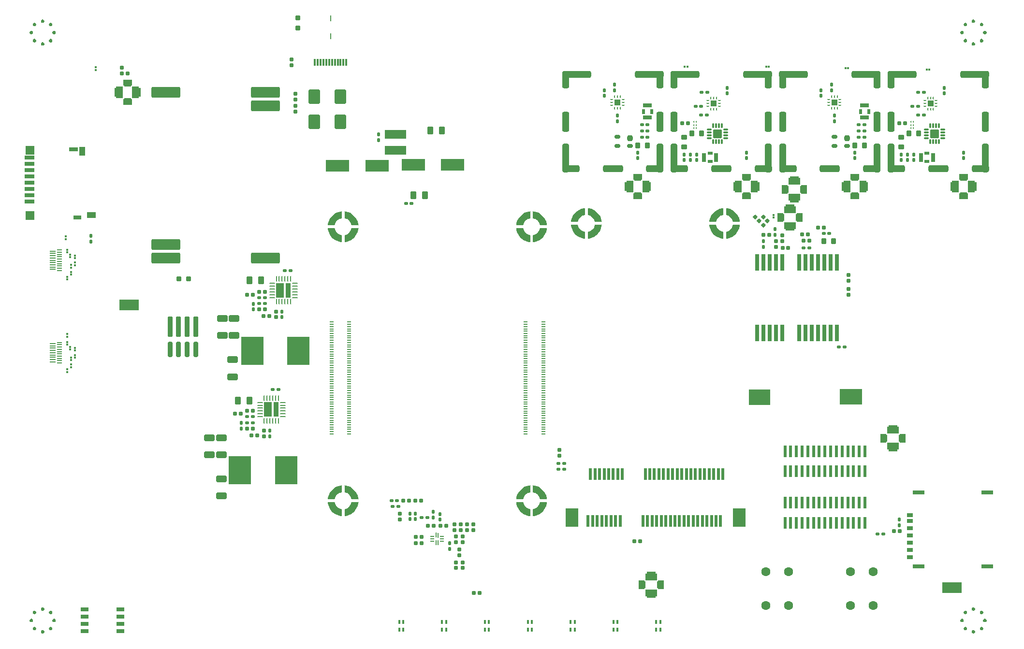
<source format=gtp>
G04*
G04 #@! TF.GenerationSoftware,Altium Limited,Altium Designer,19.1.6 (110)*
G04*
G04 Layer_Color=8421504*
%FSLAX44Y44*%
%MOMM*%
G71*
G01*
G75*
%ADD10R,0.6000X2.0000*%
%ADD11R,2.3000X3.2000*%
G04:AMPARAMS|DCode=12|XSize=0.5mm|YSize=0.6mm|CornerRadius=0.05mm|HoleSize=0mm|Usage=FLASHONLY|Rotation=0.000|XOffset=0mm|YOffset=0mm|HoleType=Round|Shape=RoundedRectangle|*
%AMROUNDEDRECTD12*
21,1,0.5000,0.5000,0,0,0.0*
21,1,0.4000,0.6000,0,0,0.0*
1,1,0.1000,0.2000,-0.2500*
1,1,0.1000,-0.2000,-0.2500*
1,1,0.1000,-0.2000,0.2500*
1,1,0.1000,0.2000,0.2500*
%
%ADD12ROUNDEDRECTD12*%
G04:AMPARAMS|DCode=13|XSize=0.25mm|YSize=0.475mm|CornerRadius=0.0625mm|HoleSize=0mm|Usage=FLASHONLY|Rotation=270.000|XOffset=0mm|YOffset=0mm|HoleType=Round|Shape=RoundedRectangle|*
%AMROUNDEDRECTD13*
21,1,0.2500,0.3500,0,0,270.0*
21,1,0.1250,0.4750,0,0,270.0*
1,1,0.1250,-0.1750,-0.0625*
1,1,0.1250,-0.1750,0.0625*
1,1,0.1250,0.1750,0.0625*
1,1,0.1250,0.1750,-0.0625*
%
%ADD13ROUNDEDRECTD13*%
G04:AMPARAMS|DCode=14|XSize=0.25mm|YSize=0.475mm|CornerRadius=0.0625mm|HoleSize=0mm|Usage=FLASHONLY|Rotation=180.000|XOffset=0mm|YOffset=0mm|HoleType=Round|Shape=RoundedRectangle|*
%AMROUNDEDRECTD14*
21,1,0.2500,0.3500,0,0,180.0*
21,1,0.1250,0.4750,0,0,180.0*
1,1,0.1250,-0.0625,0.1750*
1,1,0.1250,0.0625,0.1750*
1,1,0.1250,0.0625,-0.1750*
1,1,0.1250,-0.0625,-0.1750*
%
%ADD14ROUNDEDRECTD14*%
G04:AMPARAMS|DCode=15|XSize=1.1mm|YSize=1.1mm|CornerRadius=0.275mm|HoleSize=0mm|Usage=FLASHONLY|Rotation=270.000|XOffset=0mm|YOffset=0mm|HoleType=Round|Shape=RoundedRectangle|*
%AMROUNDEDRECTD15*
21,1,1.1000,0.5500,0,0,270.0*
21,1,0.5500,1.1000,0,0,270.0*
1,1,0.5500,-0.2750,-0.2750*
1,1,0.5500,-0.2750,0.2750*
1,1,0.5500,0.2750,0.2750*
1,1,0.5500,0.2750,-0.2750*
%
%ADD15ROUNDEDRECTD15*%
G04:AMPARAMS|DCode=16|XSize=0.5mm|YSize=0.6mm|CornerRadius=0.05mm|HoleSize=0mm|Usage=FLASHONLY|Rotation=270.000|XOffset=0mm|YOffset=0mm|HoleType=Round|Shape=RoundedRectangle|*
%AMROUNDEDRECTD16*
21,1,0.5000,0.5000,0,0,270.0*
21,1,0.4000,0.6000,0,0,270.0*
1,1,0.1000,-0.2500,-0.2000*
1,1,0.1000,-0.2500,0.2000*
1,1,0.1000,0.2500,0.2000*
1,1,0.1000,0.2500,-0.2000*
%
%ADD16ROUNDEDRECTD16*%
%ADD17R,0.3100X0.3000*%
G04:AMPARAMS|DCode=18|XSize=1.1mm|YSize=1.1mm|CornerRadius=0.275mm|HoleSize=0mm|Usage=FLASHONLY|Rotation=0.000|XOffset=0mm|YOffset=0mm|HoleType=Round|Shape=RoundedRectangle|*
%AMROUNDEDRECTD18*
21,1,1.1000,0.5500,0,0,0.0*
21,1,0.5500,1.1000,0,0,0.0*
1,1,0.5500,0.2750,-0.2750*
1,1,0.5500,-0.2750,-0.2750*
1,1,0.5500,-0.2750,0.2750*
1,1,0.5500,0.2750,0.2750*
%
%ADD18ROUNDEDRECTD18*%
G04:AMPARAMS|DCode=19|XSize=0.6mm|YSize=0.6mm|CornerRadius=0.06mm|HoleSize=0mm|Usage=FLASHONLY|Rotation=90.000|XOffset=0mm|YOffset=0mm|HoleType=Round|Shape=RoundedRectangle|*
%AMROUNDEDRECTD19*
21,1,0.6000,0.4800,0,0,90.0*
21,1,0.4800,0.6000,0,0,90.0*
1,1,0.1200,0.2400,0.2400*
1,1,0.1200,0.2400,-0.2400*
1,1,0.1200,-0.2400,-0.2400*
1,1,0.1200,-0.2400,0.2400*
%
%ADD19ROUNDEDRECTD19*%
G04:AMPARAMS|DCode=20|XSize=0.35mm|YSize=0.225mm|CornerRadius=0.0563mm|HoleSize=0mm|Usage=FLASHONLY|Rotation=90.000|XOffset=0mm|YOffset=0mm|HoleType=Round|Shape=RoundedRectangle|*
%AMROUNDEDRECTD20*
21,1,0.3500,0.1125,0,0,90.0*
21,1,0.2375,0.2250,0,0,90.0*
1,1,0.1125,0.0563,0.1188*
1,1,0.1125,0.0563,-0.1188*
1,1,0.1125,-0.0563,-0.1188*
1,1,0.1125,-0.0563,0.1188*
%
%ADD20ROUNDEDRECTD20*%
%ADD21R,0.3000X0.3100*%
%ADD22R,0.8500X0.2300*%
%ADD23R,1.0000X0.2300*%
%ADD24R,1.0000X1.5500*%
%ADD25R,1.6000X1.2000*%
%ADD26R,1.2000X1.2000*%
%ADD27R,2.1500X1.2000*%
G04:AMPARAMS|DCode=28|XSize=0.6mm|YSize=0.6mm|CornerRadius=0.06mm|HoleSize=0mm|Usage=FLASHONLY|Rotation=315.000|XOffset=0mm|YOffset=0mm|HoleType=Round|Shape=RoundedRectangle|*
%AMROUNDEDRECTD28*
21,1,0.6000,0.4800,0,0,315.0*
21,1,0.4800,0.6000,0,0,315.0*
1,1,0.1200,0.0000,-0.3394*
1,1,0.1200,-0.3394,0.0000*
1,1,0.1200,0.0000,0.3394*
1,1,0.1200,0.3394,0.0000*
%
%ADD28ROUNDEDRECTD28*%
G04:AMPARAMS|DCode=29|XSize=0.6mm|YSize=0.6mm|CornerRadius=0.06mm|HoleSize=0mm|Usage=FLASHONLY|Rotation=45.000|XOffset=0mm|YOffset=0mm|HoleType=Round|Shape=RoundedRectangle|*
%AMROUNDEDRECTD29*
21,1,0.6000,0.4800,0,0,45.0*
21,1,0.4800,0.6000,0,0,45.0*
1,1,0.1200,0.3394,0.0000*
1,1,0.1200,0.0000,-0.3394*
1,1,0.1200,-0.3394,0.0000*
1,1,0.1200,0.0000,0.3394*
%
%ADD29ROUNDEDRECTD29*%
G04:AMPARAMS|DCode=30|XSize=0.6mm|YSize=0.6mm|CornerRadius=0.06mm|HoleSize=0mm|Usage=FLASHONLY|Rotation=180.000|XOffset=0mm|YOffset=0mm|HoleType=Round|Shape=RoundedRectangle|*
%AMROUNDEDRECTD30*
21,1,0.6000,0.4800,0,0,180.0*
21,1,0.4800,0.6000,0,0,180.0*
1,1,0.1200,-0.2400,0.2400*
1,1,0.1200,0.2400,0.2400*
1,1,0.1200,0.2400,-0.2400*
1,1,0.1200,-0.2400,-0.2400*
%
%ADD30ROUNDEDRECTD30*%
G04:AMPARAMS|DCode=31|XSize=5mm|YSize=1.9mm|CornerRadius=0.19mm|HoleSize=0mm|Usage=FLASHONLY|Rotation=180.000|XOffset=0mm|YOffset=0mm|HoleType=Round|Shape=RoundedRectangle|*
%AMROUNDEDRECTD31*
21,1,5.0000,1.5200,0,0,180.0*
21,1,4.6200,1.9000,0,0,180.0*
1,1,0.3800,-2.3100,0.7600*
1,1,0.3800,2.3100,0.7600*
1,1,0.3800,2.3100,-0.7600*
1,1,0.3800,-2.3100,-0.7600*
%
%ADD31ROUNDEDRECTD31*%
%ADD32R,0.8000X3.0000*%
%ADD33R,3.8000X2.8000*%
%ADD34R,4.0000X2.8000*%
G04:AMPARAMS|DCode=35|XSize=0.7mm|YSize=0.4mm|CornerRadius=0.05mm|HoleSize=0mm|Usage=FLASHONLY|Rotation=90.000|XOffset=0mm|YOffset=0mm|HoleType=Round|Shape=RoundedRectangle|*
%AMROUNDEDRECTD35*
21,1,0.7000,0.3000,0,0,90.0*
21,1,0.6000,0.4000,0,0,90.0*
1,1,0.1000,0.1500,0.3000*
1,1,0.1000,0.1500,-0.3000*
1,1,0.1000,-0.1500,-0.3000*
1,1,0.1000,-0.1500,0.3000*
%
%ADD35ROUNDEDRECTD35*%
G04:AMPARAMS|DCode=36|XSize=1mm|YSize=0.9mm|CornerRadius=0.1125mm|HoleSize=0mm|Usage=FLASHONLY|Rotation=270.000|XOffset=0mm|YOffset=0mm|HoleType=Round|Shape=RoundedRectangle|*
%AMROUNDEDRECTD36*
21,1,1.0000,0.6750,0,0,270.0*
21,1,0.7750,0.9000,0,0,270.0*
1,1,0.2250,-0.3375,-0.3875*
1,1,0.2250,-0.3375,0.3875*
1,1,0.2250,0.3375,0.3875*
1,1,0.2250,0.3375,-0.3875*
%
%ADD36ROUNDEDRECTD36*%
%ADD37C,1.6000*%
%ADD38R,0.7200X0.2000*%
%ADD39R,0.2000X0.8100*%
%ADD40R,0.2000X0.9100*%
%ADD41R,1.4000X0.8000*%
G04:AMPARAMS|DCode=42|XSize=1mm|YSize=0.9mm|CornerRadius=0.1125mm|HoleSize=0mm|Usage=FLASHONLY|Rotation=180.000|XOffset=0mm|YOffset=0mm|HoleType=Round|Shape=RoundedRectangle|*
%AMROUNDEDRECTD42*
21,1,1.0000,0.6750,0,0,180.0*
21,1,0.7750,0.9000,0,0,180.0*
1,1,0.2250,-0.3875,0.3375*
1,1,0.2250,0.3875,0.3375*
1,1,0.2250,0.3875,-0.3375*
1,1,0.2250,-0.3875,-0.3375*
%
%ADD42ROUNDEDRECTD42*%
G04:AMPARAMS|DCode=43|XSize=1.5mm|YSize=1.5mm|CornerRadius=0.075mm|HoleSize=0mm|Usage=FLASHONLY|Rotation=180.000|XOffset=0mm|YOffset=0mm|HoleType=Round|Shape=RoundedRectangle|*
%AMROUNDEDRECTD43*
21,1,1.5000,1.3500,0,0,180.0*
21,1,1.3500,1.5000,0,0,180.0*
1,1,0.1500,-0.6750,0.6750*
1,1,0.1500,0.6750,0.6750*
1,1,0.1500,0.6750,-0.6750*
1,1,0.1500,-0.6750,-0.6750*
%
%ADD43ROUNDEDRECTD43*%
G04:AMPARAMS|DCode=44|XSize=0.3mm|YSize=0.8mm|CornerRadius=0.075mm|HoleSize=0mm|Usage=FLASHONLY|Rotation=180.000|XOffset=0mm|YOffset=0mm|HoleType=Round|Shape=RoundedRectangle|*
%AMROUNDEDRECTD44*
21,1,0.3000,0.6500,0,0,180.0*
21,1,0.1500,0.8000,0,0,180.0*
1,1,0.1500,-0.0750,0.3250*
1,1,0.1500,0.0750,0.3250*
1,1,0.1500,0.0750,-0.3250*
1,1,0.1500,-0.0750,-0.3250*
%
%ADD44ROUNDEDRECTD44*%
G04:AMPARAMS|DCode=45|XSize=0.3mm|YSize=0.8mm|CornerRadius=0.075mm|HoleSize=0mm|Usage=FLASHONLY|Rotation=270.000|XOffset=0mm|YOffset=0mm|HoleType=Round|Shape=RoundedRectangle|*
%AMROUNDEDRECTD45*
21,1,0.3000,0.6500,0,0,270.0*
21,1,0.1500,0.8000,0,0,270.0*
1,1,0.1500,-0.3250,-0.0750*
1,1,0.1500,-0.3250,0.0750*
1,1,0.1500,0.3250,0.0750*
1,1,0.1500,0.3250,-0.0750*
%
%ADD45ROUNDEDRECTD45*%
%ADD46R,0.7500X1.5000*%
%ADD47R,0.9000X0.6000*%
%ADD48R,1.5000X0.7500*%
%ADD49R,0.6000X0.9000*%
G04:AMPARAMS|DCode=50|XSize=1.4mm|YSize=1mm|CornerRadius=0.125mm|HoleSize=0mm|Usage=FLASHONLY|Rotation=270.000|XOffset=0mm|YOffset=0mm|HoleType=Round|Shape=RoundedRectangle|*
%AMROUNDEDRECTD50*
21,1,1.4000,0.7500,0,0,270.0*
21,1,1.1500,1.0000,0,0,270.0*
1,1,0.2500,-0.3750,-0.5750*
1,1,0.2500,-0.3750,0.5750*
1,1,0.2500,0.3750,0.5750*
1,1,0.2500,0.3750,-0.5750*
%
%ADD50ROUNDEDRECTD50*%
%ADD51R,0.7000X0.2000*%
%ADD52R,4.1500X2.1500*%
%ADD53R,1.5019X1.0013*%
%ADD54R,1.0000X1.5000*%
%ADD55R,1.4006X0.8004*%
%ADD56R,1.5011X0.8006*%
%ADD57R,1.5018X1.5018*%
%ADD58R,1.5009X1.5009*%
%ADD59R,1.7526X0.7011*%
%ADD60R,1.7518X0.7007*%
%ADD61R,1.7504X0.7002*%
%ADD62R,1.7525X0.7010*%
%ADD63R,1.7522X0.7009*%
%ADD64R,1.7516X0.7006*%
%ADD65R,1.7530X0.7012*%
%ADD66R,1.7504X0.7002*%
%ADD67R,2.1000X0.7000*%
%ADD68R,1.1400X0.8000*%
G04:AMPARAMS|DCode=69|XSize=0.85mm|YSize=3.55mm|CornerRadius=0.2125mm|HoleSize=0mm|Usage=FLASHONLY|Rotation=0.000|XOffset=0mm|YOffset=0mm|HoleType=Round|Shape=RoundedRectangle|*
%AMROUNDEDRECTD69*
21,1,0.8500,3.1250,0,0,0.0*
21,1,0.4250,3.5500,0,0,0.0*
1,1,0.4250,0.2125,-1.5625*
1,1,0.4250,-0.2125,-1.5625*
1,1,0.4250,-0.2125,1.5625*
1,1,0.4250,0.2125,1.5625*
%
%ADD69ROUNDEDRECTD69*%
G04:AMPARAMS|DCode=70|XSize=0.85mm|YSize=2.65mm|CornerRadius=0.2125mm|HoleSize=0mm|Usage=FLASHONLY|Rotation=0.000|XOffset=0mm|YOffset=0mm|HoleType=Round|Shape=RoundedRectangle|*
%AMROUNDEDRECTD70*
21,1,0.8500,2.2250,0,0,0.0*
21,1,0.4250,2.6500,0,0,0.0*
1,1,0.4250,0.2125,-1.1125*
1,1,0.4250,-0.2125,-1.1125*
1,1,0.4250,-0.2125,1.1125*
1,1,0.4250,0.2125,1.1125*
%
%ADD70ROUNDEDRECTD70*%
%ADD71R,3.7000X1.6000*%
%ADD72R,0.2000X1.0000*%
%ADD73R,0.3000X1.2000*%
G04:AMPARAMS|DCode=74|XSize=1.8mm|YSize=1.15mm|CornerRadius=0.1438mm|HoleSize=0mm|Usage=FLASHONLY|Rotation=180.000|XOffset=0mm|YOffset=0mm|HoleType=Round|Shape=RoundedRectangle|*
%AMROUNDEDRECTD74*
21,1,1.8000,0.8625,0,0,180.0*
21,1,1.5125,1.1500,0,0,180.0*
1,1,0.2875,-0.7563,0.4313*
1,1,0.2875,0.7563,0.4313*
1,1,0.2875,0.7563,-0.4313*
1,1,0.2875,-0.7563,-0.4313*
%
%ADD74ROUNDEDRECTD74*%
%ADD75R,0.9000X2.5500*%
%ADD76R,1.4000X2.5500*%
G04:AMPARAMS|DCode=77|XSize=0.25mm|YSize=1mm|CornerRadius=0.0625mm|HoleSize=0mm|Usage=FLASHONLY|Rotation=90.000|XOffset=0mm|YOffset=0mm|HoleType=Round|Shape=RoundedRectangle|*
%AMROUNDEDRECTD77*
21,1,0.2500,0.8750,0,0,90.0*
21,1,0.1250,1.0000,0,0,90.0*
1,1,0.1250,0.4375,0.0625*
1,1,0.1250,0.4375,-0.0625*
1,1,0.1250,-0.4375,-0.0625*
1,1,0.1250,-0.4375,0.0625*
%
%ADD77ROUNDEDRECTD77*%
G04:AMPARAMS|DCode=78|XSize=0.25mm|YSize=1mm|CornerRadius=0.0625mm|HoleSize=0mm|Usage=FLASHONLY|Rotation=180.000|XOffset=0mm|YOffset=0mm|HoleType=Round|Shape=RoundedRectangle|*
%AMROUNDEDRECTD78*
21,1,0.2500,0.8750,0,0,180.0*
21,1,0.1250,1.0000,0,0,180.0*
1,1,0.1250,-0.0625,0.4375*
1,1,0.1250,0.0625,0.4375*
1,1,0.1250,0.0625,-0.4375*
1,1,0.1250,-0.0625,-0.4375*
%
%ADD78ROUNDEDRECTD78*%
G04:AMPARAMS|DCode=79|XSize=0.95mm|YSize=0.65mm|CornerRadius=0.1625mm|HoleSize=0mm|Usage=FLASHONLY|Rotation=180.000|XOffset=0mm|YOffset=0mm|HoleType=Round|Shape=RoundedRectangle|*
%AMROUNDEDRECTD79*
21,1,0.9500,0.3250,0,0,180.0*
21,1,0.6250,0.6500,0,0,180.0*
1,1,0.3250,-0.3125,0.1625*
1,1,0.3250,0.3125,0.1625*
1,1,0.3250,0.3125,-0.1625*
1,1,0.3250,-0.3125,-0.1625*
%
%ADD79ROUNDEDRECTD79*%
G04:AMPARAMS|DCode=80|XSize=0.95mm|YSize=1mm|CornerRadius=0.2375mm|HoleSize=0mm|Usage=FLASHONLY|Rotation=180.000|XOffset=0mm|YOffset=0mm|HoleType=Round|Shape=RoundedRectangle|*
%AMROUNDEDRECTD80*
21,1,0.9500,0.5250,0,0,180.0*
21,1,0.4750,1.0000,0,0,180.0*
1,1,0.4750,-0.2375,0.2625*
1,1,0.4750,0.2375,0.2625*
1,1,0.4750,0.2375,-0.2625*
1,1,0.4750,-0.2375,-0.2625*
%
%ADD80ROUNDEDRECTD80*%
%ADD81R,1.5500X1.0000*%
%ADD82R,1.2000X1.6000*%
%ADD83R,1.2000X1.2000*%
%ADD84R,1.2000X2.1500*%
%ADD85R,4.0000X5.0000*%
G04:AMPARAMS|DCode=86|XSize=0.8mm|YSize=0.8mm|CornerRadius=0.1mm|HoleSize=0mm|Usage=FLASHONLY|Rotation=90.000|XOffset=0mm|YOffset=0mm|HoleType=Round|Shape=RoundedRectangle|*
%AMROUNDEDRECTD86*
21,1,0.8000,0.6000,0,0,90.0*
21,1,0.6000,0.8000,0,0,90.0*
1,1,0.2000,0.3000,0.3000*
1,1,0.2000,0.3000,-0.3000*
1,1,0.2000,-0.3000,-0.3000*
1,1,0.2000,-0.3000,0.3000*
%
%ADD86ROUNDEDRECTD86*%
G04:AMPARAMS|DCode=87|XSize=3mm|YSize=1.2mm|CornerRadius=0.3mm|HoleSize=0mm|Usage=FLASHONLY|Rotation=90.000|XOffset=0mm|YOffset=0mm|HoleType=Round|Shape=RoundedRectangle|*
%AMROUNDEDRECTD87*
21,1,3.0000,0.6000,0,0,90.0*
21,1,2.4000,1.2000,0,0,90.0*
1,1,0.6000,0.3000,1.2000*
1,1,0.6000,0.3000,-1.2000*
1,1,0.6000,-0.3000,-1.2000*
1,1,0.6000,-0.3000,1.2000*
%
%ADD87ROUNDEDRECTD87*%
G04:AMPARAMS|DCode=88|XSize=3.5mm|YSize=1.2mm|CornerRadius=0.3mm|HoleSize=0mm|Usage=FLASHONLY|Rotation=90.000|XOffset=0mm|YOffset=0mm|HoleType=Round|Shape=RoundedRectangle|*
%AMROUNDEDRECTD88*
21,1,3.5000,0.6000,0,0,90.0*
21,1,2.9000,1.2000,0,0,90.0*
1,1,0.6000,0.3000,1.4500*
1,1,0.6000,0.3000,-1.4500*
1,1,0.6000,-0.3000,-1.4500*
1,1,0.6000,-0.3000,1.4500*
%
%ADD88ROUNDEDRECTD88*%
G04:AMPARAMS|DCode=89|XSize=3.5mm|YSize=1.2mm|CornerRadius=0.3mm|HoleSize=0mm|Usage=FLASHONLY|Rotation=0.000|XOffset=0mm|YOffset=0mm|HoleType=Round|Shape=RoundedRectangle|*
%AMROUNDEDRECTD89*
21,1,3.5000,0.6000,0,0,0.0*
21,1,2.9000,1.2000,0,0,0.0*
1,1,0.6000,1.4500,-0.3000*
1,1,0.6000,-1.4500,-0.3000*
1,1,0.6000,-1.4500,0.3000*
1,1,0.6000,1.4500,0.3000*
%
%ADD89ROUNDEDRECTD89*%
G04:AMPARAMS|DCode=90|XSize=3mm|YSize=1.2mm|CornerRadius=0.3mm|HoleSize=0mm|Usage=FLASHONLY|Rotation=0.000|XOffset=0mm|YOffset=0mm|HoleType=Round|Shape=RoundedRectangle|*
%AMROUNDEDRECTD90*
21,1,3.0000,0.6000,0,0,0.0*
21,1,2.4000,1.2000,0,0,0.0*
1,1,0.6000,1.2000,-0.3000*
1,1,0.6000,-1.2000,-0.3000*
1,1,0.6000,-1.2000,0.3000*
1,1,0.6000,1.2000,0.3000*
%
%ADD90ROUNDEDRECTD90*%
G04:AMPARAMS|DCode=91|XSize=5mm|YSize=1.2mm|CornerRadius=0.3mm|HoleSize=0mm|Usage=FLASHONLY|Rotation=270.000|XOffset=0mm|YOffset=0mm|HoleType=Round|Shape=RoundedRectangle|*
%AMROUNDEDRECTD91*
21,1,5.0000,0.6000,0,0,270.0*
21,1,4.4000,1.2000,0,0,270.0*
1,1,0.6000,-0.3000,-2.2000*
1,1,0.6000,-0.3000,2.2000*
1,1,0.6000,0.3000,2.2000*
1,1,0.6000,0.3000,-2.2000*
%
%ADD91ROUNDEDRECTD91*%
G04:AMPARAMS|DCode=92|XSize=5mm|YSize=1.2mm|CornerRadius=0.3mm|HoleSize=0mm|Usage=FLASHONLY|Rotation=0.000|XOffset=0mm|YOffset=0mm|HoleType=Round|Shape=RoundedRectangle|*
%AMROUNDEDRECTD92*
21,1,5.0000,0.6000,0,0,0.0*
21,1,4.4000,1.2000,0,0,0.0*
1,1,0.6000,2.2000,-0.3000*
1,1,0.6000,-2.2000,-0.3000*
1,1,0.6000,-2.2000,0.3000*
1,1,0.6000,2.2000,0.3000*
%
%ADD92ROUNDEDRECTD92*%
G04:AMPARAMS|DCode=93|XSize=2.5mm|YSize=2mm|CornerRadius=0.25mm|HoleSize=0mm|Usage=FLASHONLY|Rotation=90.000|XOffset=0mm|YOffset=0mm|HoleType=Round|Shape=RoundedRectangle|*
%AMROUNDEDRECTD93*
21,1,2.5000,1.5000,0,0,90.0*
21,1,2.0000,2.0000,0,0,90.0*
1,1,0.5000,0.7500,1.0000*
1,1,0.5000,0.7500,-1.0000*
1,1,0.5000,-0.7500,-1.0000*
1,1,0.5000,-0.7500,1.0000*
%
%ADD93ROUNDEDRECTD93*%
%ADD94R,3.5000X1.9000*%
G04:AMPARAMS|DCode=95|XSize=0.8mm|YSize=0.8mm|CornerRadius=0.1mm|HoleSize=0mm|Usage=FLASHONLY|Rotation=180.000|XOffset=0mm|YOffset=0mm|HoleType=Round|Shape=RoundedRectangle|*
%AMROUNDEDRECTD95*
21,1,0.8000,0.6000,0,0,180.0*
21,1,0.6000,0.8000,0,0,180.0*
1,1,0.2000,-0.3000,0.3000*
1,1,0.2000,0.3000,0.3000*
1,1,0.2000,0.3000,-0.3000*
1,1,0.2000,-0.3000,-0.3000*
%
%ADD95ROUNDEDRECTD95*%
G36*
X36699Y1087543D02*
X37543Y1086699D01*
X38000Y1085597D01*
Y1085000D01*
Y1084403D01*
X37543Y1083301D01*
X36699Y1082457D01*
X35597Y1082000D01*
X34403D01*
X33301Y1082457D01*
X32457Y1083301D01*
X32000Y1084403D01*
Y1085000D01*
Y1085597D01*
X32457Y1086699D01*
X33301Y1087543D01*
X34403Y1088000D01*
X35597D01*
X36699Y1087543D01*
D02*
G37*
G36*
X50841Y1081685D02*
X51263Y1081264D01*
X51685Y1080842D01*
X52142Y1079739D01*
Y1078545D01*
X51685Y1077443D01*
X51263Y1077021D01*
X50841Y1076599D01*
X49739Y1076142D01*
X48545D01*
X47443Y1076599D01*
X47021Y1077021D01*
X46599Y1077443D01*
X46142Y1078545D01*
Y1079739D01*
X46599Y1080842D01*
X47021Y1081264D01*
X47443Y1081685D01*
X48545Y1082142D01*
X49739D01*
X50841Y1081685D01*
D02*
G37*
G36*
X22557D02*
X22979Y1081264D01*
X23401Y1080842D01*
X23858Y1079739D01*
Y1078545D01*
X23401Y1077443D01*
X22979Y1077021D01*
X22557Y1076599D01*
X21455Y1076142D01*
X20261D01*
X19159Y1076599D01*
X18736Y1077021D01*
X18315Y1077443D01*
X17858Y1078545D01*
Y1079739D01*
X18315Y1080842D01*
X18736Y1081264D01*
X19159Y1081685D01*
X20261Y1082142D01*
X21455D01*
X22557Y1081685D01*
D02*
G37*
G36*
X56699Y1067543D02*
X57543Y1066699D01*
X58000Y1065597D01*
Y1065000D01*
Y1064403D01*
X57543Y1063301D01*
X56699Y1062457D01*
X55597Y1062000D01*
X54403D01*
X53301Y1062457D01*
X52457Y1063301D01*
X52000Y1064403D01*
Y1065000D01*
Y1065597D01*
X52457Y1066699D01*
X53301Y1067543D01*
X54403Y1068000D01*
X55597D01*
X56699Y1067543D01*
D02*
G37*
G36*
X16699D02*
X17543Y1066699D01*
X18000Y1065597D01*
Y1065000D01*
Y1064403D01*
X17543Y1063301D01*
X16699Y1062457D01*
X15597Y1062000D01*
X14403D01*
X13301Y1062457D01*
X12457Y1063301D01*
X12000Y1064403D01*
Y1065000D01*
Y1065597D01*
X12457Y1066699D01*
X13301Y1067543D01*
X14403Y1068000D01*
X15597D01*
X16699Y1067543D01*
D02*
G37*
G36*
X50841Y1053401D02*
X51263Y1052979D01*
X51685Y1052557D01*
X52142Y1051455D01*
Y1050261D01*
X51685Y1049158D01*
X51263Y1048736D01*
X50841Y1048315D01*
X49739Y1047858D01*
X48545D01*
X47443Y1048315D01*
X47021Y1048736D01*
X46599Y1049158D01*
X46142Y1050261D01*
Y1051455D01*
X46599Y1052557D01*
X47021Y1052979D01*
X47443Y1053401D01*
X48545Y1053858D01*
X49739D01*
X50841Y1053401D01*
D02*
G37*
G36*
X22557D02*
X22979Y1052979D01*
X23401Y1052557D01*
X23858Y1051455D01*
Y1050261D01*
X23401Y1049158D01*
X22979Y1048736D01*
X22557Y1048315D01*
X21455Y1047858D01*
X20261D01*
X19159Y1048315D01*
X18736Y1048736D01*
X18315Y1049158D01*
X17858Y1050261D01*
Y1051455D01*
X18315Y1052557D01*
X18736Y1052979D01*
X19159Y1053401D01*
X20261Y1053858D01*
X21455D01*
X22557Y1053401D01*
D02*
G37*
G36*
X36699Y1047543D02*
X37543Y1046699D01*
X38000Y1045597D01*
Y1045000D01*
Y1044403D01*
X37543Y1043301D01*
X36699Y1042457D01*
X35597Y1042000D01*
X34403D01*
X33301Y1042457D01*
X32457Y1043301D01*
X32000Y1044403D01*
Y1045000D01*
Y1045597D01*
X32457Y1046699D01*
X33301Y1047543D01*
X34403Y1048000D01*
X35597D01*
X36699Y1047543D01*
D02*
G37*
G36*
X888750Y739500D02*
X884500Y738250D01*
X880750Y735500D01*
X878000Y731750D01*
X876500Y727250D01*
X864366Y727250D01*
X864366Y727250D01*
X864583Y729584D01*
X865815Y734106D01*
X867807Y738349D01*
X870501Y742185D01*
X873816Y745499D01*
X877651Y748193D01*
X881894Y750185D01*
X886416Y751417D01*
X888750Y751634D01*
X888750Y739500D01*
D02*
G37*
G36*
X566084Y751417D02*
X570606Y750185D01*
X574849Y748193D01*
X578685Y745499D01*
X581999Y742185D01*
X584693Y738349D01*
X586685Y734106D01*
X587917Y729584D01*
X588134Y727250D01*
X588134Y727250D01*
X576000Y727250D01*
X574500Y731750D01*
X571750Y735500D01*
X568000Y738250D01*
X563750Y739500D01*
X563750Y751634D01*
X566084Y751417D01*
D02*
G37*
G36*
X558750Y739500D02*
X554500Y738250D01*
X550750Y735500D01*
X548000Y731750D01*
X546500Y727250D01*
X534366Y727250D01*
X534366Y727250D01*
X534583Y729584D01*
X535815Y734106D01*
X537808Y738349D01*
X540501Y742185D01*
X543815Y745499D01*
X547651Y748193D01*
X551894Y750185D01*
X556417Y751417D01*
X558750Y751634D01*
X558750Y739500D01*
D02*
G37*
G36*
X878000Y717750D02*
X880750Y714000D01*
X884500Y711250D01*
X888750Y710000D01*
X888750Y697866D01*
X886416Y698083D01*
X881894Y699315D01*
X877651Y701307D01*
X873816Y704001D01*
X870501Y707315D01*
X867807Y711151D01*
X865815Y715394D01*
X864583Y719916D01*
X864366Y722250D01*
X864366Y722250D01*
X876500Y722250D01*
X878000Y717750D01*
D02*
G37*
G36*
X588134Y722250D02*
X588134Y722250D01*
X587917Y719916D01*
X586685Y715394D01*
X584693Y711151D01*
X581999Y707315D01*
X578685Y704001D01*
X574849Y701307D01*
X570606Y699314D01*
X566084Y698083D01*
X563750Y697866D01*
X563750Y710000D01*
X568000Y711250D01*
X571750Y714000D01*
X574500Y717750D01*
X576000Y722250D01*
X588134Y722250D01*
D02*
G37*
G36*
X548000Y717750D02*
X550750Y714000D01*
X554500Y711250D01*
X558750Y710000D01*
X558750Y697866D01*
X556417Y698083D01*
X551894Y699314D01*
X547651Y701307D01*
X543815Y704001D01*
X540501Y707315D01*
X537808Y711151D01*
X535815Y715394D01*
X534583Y719916D01*
X534366Y722250D01*
X534366Y722250D01*
X546500Y722250D01*
X548000Y717750D01*
D02*
G37*
G36*
X566084Y271417D02*
X570606Y270185D01*
X574849Y268193D01*
X578685Y265499D01*
X581999Y262185D01*
X584693Y258349D01*
X586685Y254106D01*
X587917Y249584D01*
X588134Y247250D01*
X588134Y247250D01*
X576000Y247250D01*
X574500Y251750D01*
X571750Y255500D01*
X568000Y258250D01*
X563750Y259500D01*
X563750Y271634D01*
X566084Y271417D01*
D02*
G37*
G36*
X558750Y259500D02*
X554500Y258250D01*
X550750Y255500D01*
X548000Y251750D01*
X546500Y247250D01*
X534366Y247250D01*
X534366Y247250D01*
X534583Y249584D01*
X535815Y254106D01*
X537808Y258349D01*
X540501Y262185D01*
X543815Y265499D01*
X547651Y268193D01*
X551894Y270185D01*
X556417Y271417D01*
X558750Y271634D01*
X558750Y259500D01*
D02*
G37*
G36*
X888750Y259500D02*
X884500Y258250D01*
X880750Y255500D01*
X878000Y251750D01*
X876500Y247250D01*
X864366Y247250D01*
X864366Y247250D01*
X864583Y249584D01*
X865815Y254106D01*
X867807Y258349D01*
X870501Y262185D01*
X873816Y265499D01*
X877651Y268193D01*
X881894Y270185D01*
X886416Y271417D01*
X888750Y271634D01*
X888750Y259500D01*
D02*
G37*
G36*
X588134Y242250D02*
X588134Y242250D01*
X587917Y239916D01*
X586685Y235394D01*
X584693Y231151D01*
X581999Y227315D01*
X578685Y224001D01*
X574849Y221307D01*
X570606Y219315D01*
X566084Y218083D01*
X563750Y217866D01*
X563750Y230000D01*
X568000Y231250D01*
X571750Y234000D01*
X574500Y237750D01*
X576000Y242250D01*
X588134Y242250D01*
D02*
G37*
G36*
X548000Y237750D02*
X550750Y234000D01*
X554500Y231250D01*
X558750Y230000D01*
X558750Y217866D01*
X556417Y218083D01*
X551894Y219315D01*
X547651Y221307D01*
X543815Y224001D01*
X540501Y227315D01*
X537808Y231151D01*
X535815Y235394D01*
X534583Y239916D01*
X534366Y242250D01*
X534366Y242250D01*
X546500Y242250D01*
X548000Y237750D01*
D02*
G37*
G36*
X878000Y237750D02*
X880750Y234000D01*
X884500Y231250D01*
X888750Y230000D01*
X888750Y217866D01*
X886416Y218083D01*
X881894Y219315D01*
X877651Y221307D01*
X873816Y224001D01*
X870501Y227315D01*
X867807Y231151D01*
X865815Y235394D01*
X864583Y239916D01*
X864366Y242250D01*
X864366Y242250D01*
X876500Y242250D01*
X878000Y237750D01*
D02*
G37*
G36*
X36699Y57543D02*
X37543Y56699D01*
X38000Y55597D01*
Y55000D01*
Y54403D01*
X37543Y53301D01*
X36699Y52457D01*
X35597Y52000D01*
X34403D01*
X33301Y52457D01*
X32457Y53301D01*
X32000Y54403D01*
Y55000D01*
Y55597D01*
X32457Y56699D01*
X33301Y57543D01*
X34403Y58000D01*
X35597D01*
X36699Y57543D01*
D02*
G37*
G36*
X50841Y51685D02*
X51263Y51263D01*
X51685Y50841D01*
X52142Y49739D01*
Y48545D01*
X51685Y47443D01*
X51263Y47021D01*
X50841Y46599D01*
X49739Y46142D01*
X48545D01*
X47443Y46599D01*
X47021Y47021D01*
X46599Y47443D01*
X46142Y48545D01*
Y49739D01*
X46599Y50841D01*
X47021Y51263D01*
X47443Y51685D01*
X48545Y52142D01*
X49739D01*
X50841Y51685D01*
D02*
G37*
G36*
X22557D02*
X22979Y51263D01*
X23401Y50841D01*
X23858Y49739D01*
Y48545D01*
X23401Y47443D01*
X22979Y47021D01*
X22557Y46599D01*
X21455Y46142D01*
X20261D01*
X19159Y46599D01*
X18736Y47021D01*
X18315Y47443D01*
X17858Y48545D01*
Y49739D01*
X18315Y50841D01*
X18736Y51263D01*
X19159Y51685D01*
X20261Y52142D01*
X21455D01*
X22557Y51685D01*
D02*
G37*
G36*
X56699Y37543D02*
X57543Y36699D01*
X58000Y35597D01*
Y35000D01*
Y34403D01*
X57543Y33301D01*
X56699Y32457D01*
X55597Y32000D01*
X54403D01*
X53301Y32457D01*
X52457Y33301D01*
X52000Y34403D01*
Y35000D01*
Y35597D01*
X52457Y36699D01*
X53301Y37543D01*
X54403Y38000D01*
X55597D01*
X56699Y37543D01*
D02*
G37*
G36*
X16699D02*
X17543Y36699D01*
X18000Y35597D01*
Y35000D01*
Y34403D01*
X17543Y33301D01*
X16699Y32457D01*
X15597Y32000D01*
X14403D01*
X13301Y32457D01*
X12457Y33301D01*
X12000Y34403D01*
Y35000D01*
Y35597D01*
X12457Y36699D01*
X13301Y37543D01*
X14403Y38000D01*
X15597D01*
X16699Y37543D01*
D02*
G37*
G36*
X50841Y23401D02*
X51263Y22979D01*
X51685Y22557D01*
X52142Y21455D01*
Y20261D01*
X51685Y19159D01*
X51263Y18736D01*
X50841Y18315D01*
X49739Y17858D01*
X48545D01*
X47443Y18315D01*
X47021Y18736D01*
X46599Y19159D01*
X46142Y20261D01*
Y21455D01*
X46599Y22557D01*
X47021Y22979D01*
X47443Y23401D01*
X48545Y23858D01*
X49739D01*
X50841Y23401D01*
D02*
G37*
G36*
X22557D02*
X22979Y22979D01*
X23401Y22557D01*
X23858Y21455D01*
Y20261D01*
X23401Y19159D01*
X22979Y18736D01*
X22557Y18315D01*
X21455Y17858D01*
X20261D01*
X19159Y18315D01*
X18736Y18736D01*
X18315Y19159D01*
X17858Y20261D01*
Y21455D01*
X18315Y22557D01*
X18736Y22979D01*
X19159Y23401D01*
X20261Y23858D01*
X21455D01*
X22557Y23401D01*
D02*
G37*
G36*
X36699Y17543D02*
X37543Y16699D01*
X38000Y15597D01*
Y15000D01*
Y14403D01*
X37543Y13301D01*
X36699Y12457D01*
X35597Y12000D01*
X34403D01*
X33301Y12457D01*
X32457Y13301D01*
X32000Y14403D01*
Y15000D01*
Y15597D01*
X32457Y16699D01*
X33301Y17543D01*
X34403Y18000D01*
X35597D01*
X36699Y17543D01*
D02*
G37*
G36*
X1666699Y1087543D02*
X1667543Y1086699D01*
X1668000Y1085597D01*
Y1085000D01*
Y1084403D01*
X1667543Y1083301D01*
X1666699Y1082457D01*
X1665597Y1082000D01*
X1664403D01*
X1663301Y1082457D01*
X1662457Y1083301D01*
X1662000Y1084403D01*
Y1085000D01*
Y1085597D01*
X1662457Y1086699D01*
X1663301Y1087543D01*
X1664403Y1088000D01*
X1665597D01*
X1666699Y1087543D01*
D02*
G37*
G36*
X1680842Y1081685D02*
X1681263Y1081264D01*
X1681685Y1080842D01*
X1682142Y1079739D01*
Y1078545D01*
X1681685Y1077443D01*
X1681263Y1077021D01*
X1680842Y1076599D01*
X1679739Y1076142D01*
X1678545D01*
X1677443Y1076599D01*
X1677021Y1077021D01*
X1676599Y1077443D01*
X1676142Y1078545D01*
Y1079739D01*
X1676599Y1080842D01*
X1677021Y1081264D01*
X1677443Y1081685D01*
X1678545Y1082142D01*
X1679739D01*
X1680842Y1081685D01*
D02*
G37*
G36*
X1652557D02*
X1652979Y1081264D01*
X1653401Y1080842D01*
X1653858Y1079739D01*
Y1078545D01*
X1653401Y1077443D01*
X1652979Y1077021D01*
X1652557Y1076599D01*
X1651455Y1076142D01*
X1650261D01*
X1649158Y1076599D01*
X1648737Y1077021D01*
X1648315Y1077443D01*
X1647858Y1078545D01*
Y1079739D01*
X1648315Y1080842D01*
X1648737Y1081264D01*
X1649158Y1081685D01*
X1650261Y1082142D01*
X1651455D01*
X1652557Y1081685D01*
D02*
G37*
G36*
X1686699Y1067543D02*
X1687543Y1066699D01*
X1688000Y1065597D01*
Y1065000D01*
Y1064403D01*
X1687543Y1063301D01*
X1686699Y1062457D01*
X1685597Y1062000D01*
X1684403D01*
X1683301Y1062457D01*
X1682457Y1063301D01*
X1682000Y1064403D01*
Y1065000D01*
Y1065597D01*
X1682457Y1066699D01*
X1683301Y1067543D01*
X1684403Y1068000D01*
X1685597D01*
X1686699Y1067543D01*
D02*
G37*
G36*
X1646699D02*
X1647543Y1066699D01*
X1648000Y1065597D01*
Y1065000D01*
Y1064403D01*
X1647543Y1063301D01*
X1646699Y1062457D01*
X1645597Y1062000D01*
X1644403D01*
X1643301Y1062457D01*
X1642457Y1063301D01*
X1642000Y1064403D01*
Y1065000D01*
Y1065597D01*
X1642457Y1066699D01*
X1643301Y1067543D01*
X1644403Y1068000D01*
X1645597D01*
X1646699Y1067543D01*
D02*
G37*
G36*
X1680842Y1053401D02*
X1681263Y1052979D01*
X1681685Y1052557D01*
X1682142Y1051455D01*
Y1050261D01*
X1681685Y1049158D01*
X1681263Y1048736D01*
X1680842Y1048315D01*
X1679739Y1047858D01*
X1678545D01*
X1677443Y1048315D01*
X1677021Y1048736D01*
X1676599Y1049158D01*
X1676142Y1050261D01*
Y1051455D01*
X1676599Y1052557D01*
X1677021Y1052979D01*
X1677443Y1053401D01*
X1678545Y1053858D01*
X1679739D01*
X1680842Y1053401D01*
D02*
G37*
G36*
X1652557D02*
X1652979Y1052979D01*
X1653401Y1052557D01*
X1653858Y1051455D01*
Y1050261D01*
X1653401Y1049158D01*
X1652979Y1048736D01*
X1652557Y1048315D01*
X1651455Y1047858D01*
X1650261D01*
X1649158Y1048315D01*
X1648737Y1048736D01*
X1648315Y1049158D01*
X1647858Y1050261D01*
Y1051455D01*
X1648315Y1052557D01*
X1648737Y1052979D01*
X1649158Y1053401D01*
X1650261Y1053858D01*
X1651455D01*
X1652557Y1053401D01*
D02*
G37*
G36*
X1666699Y1047543D02*
X1667543Y1046699D01*
X1668000Y1045597D01*
Y1045000D01*
Y1044403D01*
X1667543Y1043301D01*
X1666699Y1042457D01*
X1665597Y1042000D01*
X1664403D01*
X1663301Y1042457D01*
X1662457Y1043301D01*
X1662000Y1044403D01*
Y1045000D01*
Y1045597D01*
X1662457Y1046699D01*
X1663301Y1047543D01*
X1664403Y1048000D01*
X1665597D01*
X1666699Y1047543D01*
D02*
G37*
G36*
X1234083Y757167D02*
X1238606Y755935D01*
X1242849Y753943D01*
X1246684Y751249D01*
X1249999Y747935D01*
X1252692Y744099D01*
X1254685Y739856D01*
X1255917Y735334D01*
X1256133Y733000D01*
X1256134Y733000D01*
X1244000Y733000D01*
X1242500Y737500D01*
X1239750Y741250D01*
X1236000Y744000D01*
X1231750Y745250D01*
X1231750Y757384D01*
X1234083Y757167D01*
D02*
G37*
G36*
X1226750Y745250D02*
X1222500Y744000D01*
X1218750Y741250D01*
X1216000Y737500D01*
X1214500Y733000D01*
X1202366Y733000D01*
X1202366Y733000D01*
X1202583Y735334D01*
X1203815Y739856D01*
X1205807Y744099D01*
X1208501Y747935D01*
X1211815Y751249D01*
X1215651Y753943D01*
X1219894Y755935D01*
X1224416Y757167D01*
X1226750Y757384D01*
X1226750Y745250D01*
D02*
G37*
G36*
X992084Y757167D02*
X996606Y755935D01*
X1000849Y753943D01*
X1004685Y751249D01*
X1007999Y747935D01*
X1010693Y744099D01*
X1012685Y739856D01*
X1013917Y735334D01*
X1014134Y733000D01*
X1014134Y733000D01*
X1002000Y733000D01*
X1000500Y737500D01*
X997750Y741250D01*
X994000Y744000D01*
X989750Y745250D01*
X989750Y757384D01*
X992084Y757167D01*
D02*
G37*
G36*
X984750Y745250D02*
X980500Y744000D01*
X976750Y741250D01*
X974000Y737500D01*
X972500Y733000D01*
X960366Y733000D01*
X960366Y733000D01*
X960583Y735334D01*
X961815Y739856D01*
X963807Y744099D01*
X966501Y747935D01*
X969815Y751249D01*
X973651Y753943D01*
X977894Y755935D01*
X982416Y757167D01*
X984750Y757384D01*
X984750Y745250D01*
D02*
G37*
G36*
X896084Y751417D02*
X900606Y750185D01*
X904849Y748193D01*
X908684Y745499D01*
X911999Y742185D01*
X914693Y738349D01*
X916685Y734106D01*
X917917Y729584D01*
X918134Y727250D01*
X918134Y727250D01*
X906000Y727250D01*
X904500Y731750D01*
X901750Y735500D01*
X898000Y738250D01*
X893750Y739500D01*
X893750Y751634D01*
X896084Y751417D01*
D02*
G37*
G36*
X1256134Y728000D02*
X1256133Y728000D01*
X1255917Y725666D01*
X1254685Y721144D01*
X1252692Y716901D01*
X1249999Y713065D01*
X1246684Y709751D01*
X1242849Y707057D01*
X1238606Y705065D01*
X1234083Y703833D01*
X1231750Y703616D01*
X1231750Y715750D01*
X1236000Y717000D01*
X1239750Y719750D01*
X1242500Y723500D01*
X1244000Y728000D01*
X1256134Y728000D01*
D02*
G37*
G36*
X1216000Y723500D02*
X1218750Y719750D01*
X1222500Y717000D01*
X1226750Y715750D01*
X1226750Y703616D01*
X1224416Y703833D01*
X1219894Y705065D01*
X1215651Y707057D01*
X1211815Y709751D01*
X1208501Y713065D01*
X1205807Y716901D01*
X1203815Y721144D01*
X1202583Y725666D01*
X1202366Y728000D01*
X1202366Y728000D01*
X1214500Y728000D01*
X1216000Y723500D01*
D02*
G37*
G36*
X1014134Y728000D02*
X1014134Y728000D01*
X1013917Y725666D01*
X1012685Y721144D01*
X1010693Y716901D01*
X1007999Y713065D01*
X1004685Y709751D01*
X1000849Y707057D01*
X996606Y705065D01*
X992084Y703833D01*
X989750Y703616D01*
X989750Y715750D01*
X994000Y717000D01*
X997750Y719750D01*
X1000500Y723500D01*
X1002000Y728000D01*
X1014134Y728000D01*
D02*
G37*
G36*
X974000Y723500D02*
X976750Y719750D01*
X980500Y717000D01*
X984750Y715750D01*
X984750Y703616D01*
X982416Y703833D01*
X977894Y705065D01*
X973651Y707057D01*
X969815Y709751D01*
X966501Y713065D01*
X963807Y716901D01*
X961815Y721144D01*
X960583Y725666D01*
X960366Y728000D01*
X960366Y728000D01*
X972500Y728000D01*
X974000Y723500D01*
D02*
G37*
G36*
X918134Y722250D02*
X918134Y722250D01*
X917917Y719916D01*
X916685Y715394D01*
X914693Y711151D01*
X911999Y707315D01*
X908684Y704001D01*
X904849Y701307D01*
X900606Y699315D01*
X896084Y698083D01*
X893750Y697866D01*
X893750Y710000D01*
X898000Y711250D01*
X901750Y714000D01*
X904500Y717750D01*
X906000Y722250D01*
X918134Y722250D01*
D02*
G37*
G36*
X896084Y271417D02*
X900606Y270185D01*
X904849Y268193D01*
X908684Y265499D01*
X911999Y262185D01*
X914693Y258349D01*
X916685Y254106D01*
X917917Y249584D01*
X918134Y247250D01*
X918134Y247250D01*
X906000Y247250D01*
X904500Y251750D01*
X901750Y255500D01*
X898000Y258250D01*
X893750Y259500D01*
X893750Y271634D01*
X896084Y271417D01*
D02*
G37*
G36*
X918134Y242250D02*
X918134Y242250D01*
X917917Y239916D01*
X916685Y235394D01*
X914693Y231151D01*
X911999Y227315D01*
X908684Y224001D01*
X904849Y221307D01*
X900606Y219315D01*
X896084Y218083D01*
X893750Y217866D01*
X893750Y230000D01*
X898000Y231250D01*
X901750Y234000D01*
X904500Y237750D01*
X906000Y242250D01*
X918134Y242250D01*
D02*
G37*
G36*
X1666699Y57543D02*
X1667543Y56699D01*
X1668000Y55597D01*
Y55000D01*
Y54403D01*
X1667543Y53301D01*
X1666699Y52457D01*
X1665597Y52000D01*
X1664403D01*
X1663301Y52457D01*
X1662457Y53301D01*
X1662000Y54403D01*
Y55000D01*
Y55597D01*
X1662457Y56699D01*
X1663301Y57543D01*
X1664403Y58000D01*
X1665597D01*
X1666699Y57543D01*
D02*
G37*
G36*
X1680842Y51685D02*
X1681263Y51263D01*
X1681685Y50841D01*
X1682142Y49739D01*
Y48545D01*
X1681685Y47443D01*
X1681263Y47021D01*
X1680842Y46599D01*
X1679739Y46142D01*
X1678545D01*
X1677443Y46599D01*
X1677021Y47021D01*
X1676599Y47443D01*
X1676142Y48545D01*
Y49739D01*
X1676599Y50841D01*
X1677021Y51263D01*
X1677443Y51685D01*
X1678545Y52142D01*
X1679739D01*
X1680842Y51685D01*
D02*
G37*
G36*
X1652557D02*
X1652979Y51263D01*
X1653401Y50841D01*
X1653858Y49739D01*
Y48545D01*
X1653401Y47443D01*
X1652979Y47021D01*
X1652557Y46599D01*
X1651455Y46142D01*
X1650261D01*
X1649158Y46599D01*
X1648737Y47021D01*
X1648315Y47443D01*
X1647858Y48545D01*
Y49739D01*
X1648315Y50841D01*
X1648737Y51263D01*
X1649158Y51685D01*
X1650261Y52142D01*
X1651455D01*
X1652557Y51685D01*
D02*
G37*
G36*
X1686699Y37543D02*
X1687543Y36699D01*
X1688000Y35597D01*
Y35000D01*
Y34403D01*
X1687543Y33301D01*
X1686699Y32457D01*
X1685597Y32000D01*
X1684403D01*
X1683301Y32457D01*
X1682457Y33301D01*
X1682000Y34403D01*
Y35000D01*
Y35597D01*
X1682457Y36699D01*
X1683301Y37543D01*
X1684403Y38000D01*
X1685597D01*
X1686699Y37543D01*
D02*
G37*
G36*
X1646699D02*
X1647543Y36699D01*
X1648000Y35597D01*
Y35000D01*
Y34403D01*
X1647543Y33301D01*
X1646699Y32457D01*
X1645597Y32000D01*
X1644403D01*
X1643301Y32457D01*
X1642457Y33301D01*
X1642000Y34403D01*
Y35000D01*
Y35597D01*
X1642457Y36699D01*
X1643301Y37543D01*
X1644403Y38000D01*
X1645597D01*
X1646699Y37543D01*
D02*
G37*
G36*
X1680842Y23401D02*
X1681263Y22979D01*
X1681685Y22557D01*
X1682142Y21455D01*
Y20261D01*
X1681685Y19159D01*
X1681263Y18736D01*
X1680842Y18315D01*
X1679739Y17858D01*
X1678545D01*
X1677443Y18315D01*
X1677021Y18736D01*
X1676599Y19159D01*
X1676142Y20261D01*
Y21455D01*
X1676599Y22557D01*
X1677021Y22979D01*
X1677443Y23401D01*
X1678545Y23858D01*
X1679739D01*
X1680842Y23401D01*
D02*
G37*
G36*
X1652557D02*
X1652979Y22979D01*
X1653401Y22557D01*
X1653858Y21455D01*
Y20261D01*
X1653401Y19159D01*
X1652979Y18736D01*
X1652557Y18315D01*
X1651455Y17858D01*
X1650261D01*
X1649158Y18315D01*
X1648737Y18736D01*
X1648315Y19159D01*
X1647858Y20261D01*
Y21455D01*
X1648315Y22557D01*
X1648737Y22979D01*
X1649158Y23401D01*
X1650261Y23858D01*
X1651455D01*
X1652557Y23401D01*
D02*
G37*
G36*
X1666699Y17543D02*
X1667543Y16699D01*
X1668000Y15597D01*
Y15000D01*
Y14403D01*
X1667543Y13301D01*
X1666699Y12457D01*
X1665597Y12000D01*
X1664403D01*
X1663301Y12457D01*
X1662457Y13301D01*
X1662000Y14403D01*
Y15000D01*
Y15597D01*
X1662457Y16699D01*
X1663301Y17543D01*
X1664403Y18000D01*
X1665597D01*
X1666699Y17543D01*
D02*
G37*
D10*
X990250Y209000D02*
D03*
X998250D02*
D03*
X1006250D02*
D03*
X1014250D02*
D03*
X1022250D02*
D03*
X1030250D02*
D03*
X1038250D02*
D03*
X1046250D02*
D03*
X994250Y291000D02*
D03*
X1002250D02*
D03*
X1010250D02*
D03*
X1018250D02*
D03*
X1026250D02*
D03*
X1034250D02*
D03*
X1042250D02*
D03*
X1050250D02*
D03*
X1086250Y209000D02*
D03*
X1094250D02*
D03*
X1102250D02*
D03*
X1110250D02*
D03*
X1118250D02*
D03*
X1126250D02*
D03*
X1134250D02*
D03*
X1142250D02*
D03*
X1150250D02*
D03*
X1158250D02*
D03*
X1166250D02*
D03*
X1174250D02*
D03*
X1182250D02*
D03*
X1190250D02*
D03*
X1198250D02*
D03*
X1206250D02*
D03*
X1214250D02*
D03*
X1222250D02*
D03*
X1090250Y291000D02*
D03*
X1098250D02*
D03*
X1106250D02*
D03*
X1114250D02*
D03*
X1122250D02*
D03*
X1130250D02*
D03*
X1138250D02*
D03*
X1146250D02*
D03*
X1154250D02*
D03*
X1162250D02*
D03*
X1170250D02*
D03*
X1178250D02*
D03*
X1186250D02*
D03*
X1194250D02*
D03*
X1202250D02*
D03*
X1210250D02*
D03*
X1218250D02*
D03*
X1226250D02*
D03*
X1475000Y296250D02*
D03*
X1465000D02*
D03*
X1455000D02*
D03*
X1445000D02*
D03*
X1435000Y296250D02*
D03*
X1425000Y296250D02*
D03*
X1415000D02*
D03*
X1405000D02*
D03*
X1395000Y296250D02*
D03*
X1385000Y296250D02*
D03*
X1375000D02*
D03*
X1365000D02*
D03*
X1355000D02*
D03*
X1345000D02*
D03*
X1335000D02*
D03*
Y331250D02*
D03*
X1345000Y331250D02*
D03*
X1355000Y331250D02*
D03*
X1365000D02*
D03*
X1375000Y331250D02*
D03*
X1385000D02*
D03*
X1395000D02*
D03*
X1405000D02*
D03*
X1415000D02*
D03*
X1425000D02*
D03*
X1435000D02*
D03*
X1445000D02*
D03*
X1455000D02*
D03*
X1465000Y331250D02*
D03*
X1475000D02*
D03*
Y241250D02*
D03*
X1465000D02*
D03*
X1455000D02*
D03*
X1445000Y241250D02*
D03*
X1435000D02*
D03*
X1425000Y241250D02*
D03*
X1415000D02*
D03*
X1405000D02*
D03*
X1395000Y241250D02*
D03*
X1385000D02*
D03*
X1375000Y241250D02*
D03*
X1365000D02*
D03*
X1355000D02*
D03*
X1345000Y241250D02*
D03*
X1335000Y241250D02*
D03*
Y206250D02*
D03*
X1345000Y206250D02*
D03*
X1355000Y206250D02*
D03*
X1365000D02*
D03*
X1375000Y206250D02*
D03*
X1385000D02*
D03*
X1395000D02*
D03*
X1405000D02*
D03*
X1415000D02*
D03*
X1425000D02*
D03*
X1435000D02*
D03*
X1445000D02*
D03*
X1455000D02*
D03*
X1465000Y206250D02*
D03*
X1475000D02*
D03*
D11*
X961750Y215000D02*
D03*
X1254750D02*
D03*
D12*
X1018250Y964000D02*
D03*
Y954000D02*
D03*
X1416400Y963850D02*
D03*
Y973850D02*
D03*
X119500Y698500D02*
D03*
Y708500D02*
D03*
X1317500Y720750D02*
D03*
Y710750D02*
D03*
X1297000Y699500D02*
D03*
Y689500D02*
D03*
X623250Y876500D02*
D03*
Y886500D02*
D03*
X730750Y221500D02*
D03*
Y211500D02*
D03*
X688000Y222250D02*
D03*
Y212250D02*
D03*
X678000D02*
D03*
Y222250D02*
D03*
X719000Y215250D02*
D03*
Y225250D02*
D03*
X747750Y160250D02*
D03*
Y170250D02*
D03*
X1560750Y841375D02*
D03*
Y851375D02*
D03*
X1549500Y851375D02*
D03*
Y841375D02*
D03*
X1538250D02*
D03*
Y851375D02*
D03*
X1535250Y212000D02*
D03*
Y202000D02*
D03*
X1647400Y854750D02*
D03*
Y844750D02*
D03*
X1613750Y968250D02*
D03*
Y958250D02*
D03*
X1457400Y854750D02*
D03*
Y844750D02*
D03*
X1421400Y919500D02*
D03*
Y909500D02*
D03*
X1398250Y964000D02*
D03*
Y954000D02*
D03*
X1036400Y973850D02*
D03*
Y963850D02*
D03*
X1041400Y919500D02*
D03*
Y909500D02*
D03*
X1077400Y854750D02*
D03*
Y844750D02*
D03*
X1233750Y968250D02*
D03*
Y958250D02*
D03*
X1267400Y854750D02*
D03*
Y844750D02*
D03*
X1180750Y841375D02*
D03*
Y851375D02*
D03*
X1158250Y841375D02*
D03*
Y851375D02*
D03*
X1169500D02*
D03*
Y841375D02*
D03*
X403855Y579750D02*
D03*
Y589750D02*
D03*
X454250Y576250D02*
D03*
Y566250D02*
D03*
X433000Y367500D02*
D03*
Y357500D02*
D03*
X382605Y371000D02*
D03*
Y381000D02*
D03*
D13*
X1411400Y937433D02*
D03*
Y942433D02*
D03*
Y947433D02*
D03*
X1431400D02*
D03*
Y942433D02*
D03*
Y937433D02*
D03*
X1051400Y937433D02*
D03*
Y942433D02*
D03*
Y947433D02*
D03*
X1031400D02*
D03*
Y942433D02*
D03*
Y937433D02*
D03*
X1599750Y935500D02*
D03*
Y940500D02*
D03*
Y945500D02*
D03*
X1579750D02*
D03*
Y940500D02*
D03*
Y935500D02*
D03*
X1219750D02*
D03*
Y940500D02*
D03*
Y945500D02*
D03*
X1199750D02*
D03*
Y940500D02*
D03*
Y935500D02*
D03*
D14*
X1416400Y952433D02*
D03*
X1421400D02*
D03*
X1426400D02*
D03*
Y932433D02*
D03*
X1421400D02*
D03*
X1416400D02*
D03*
X1036400Y932433D02*
D03*
X1041400D02*
D03*
X1046400D02*
D03*
Y952433D02*
D03*
X1041400D02*
D03*
X1036400D02*
D03*
X1594750Y950500D02*
D03*
X1589750D02*
D03*
X1584750D02*
D03*
Y930500D02*
D03*
X1589750D02*
D03*
X1594750D02*
D03*
X1214750Y950500D02*
D03*
X1209750D02*
D03*
X1204750D02*
D03*
Y930500D02*
D03*
X1209750D02*
D03*
X1214750D02*
D03*
D15*
X1421400Y942433D02*
D03*
X1041400Y942433D02*
D03*
D16*
X1178334Y935500D02*
D03*
X1188334Y935500D02*
D03*
X1412750Y712750D02*
D03*
X1402750D02*
D03*
X1439500Y513750D02*
D03*
X1429500D02*
D03*
X1367500Y688000D02*
D03*
X1377500D02*
D03*
X938000Y299750D02*
D03*
X948000D02*
D03*
X938000Y309750D02*
D03*
X948000D02*
D03*
X645750Y244750D02*
D03*
X655750D02*
D03*
X647750Y234750D02*
D03*
X657750D02*
D03*
X698500Y215500D02*
D03*
X708500D02*
D03*
X1084400Y881375D02*
D03*
X1094400D02*
D03*
X1084400Y903875D02*
D03*
X1094400D02*
D03*
Y892625D02*
D03*
X1084400D02*
D03*
X1578000Y920500D02*
D03*
X1568000D02*
D03*
X1464400Y903875D02*
D03*
X1474400D02*
D03*
Y892625D02*
D03*
X1464400Y892625D02*
D03*
X1464400Y881375D02*
D03*
X1474400D02*
D03*
X1497250Y186000D02*
D03*
X1507250D02*
D03*
X671250Y765250D02*
D03*
X681250D02*
D03*
X1568000Y960500D02*
D03*
X1578000D02*
D03*
X1568334Y935500D02*
D03*
X1558334D02*
D03*
X1189037Y960500D02*
D03*
X1199037D02*
D03*
X1198000Y920500D02*
D03*
X1188000D02*
D03*
X414250Y600250D02*
D03*
X424250D02*
D03*
X424250Y590250D02*
D03*
X414250D02*
D03*
X459250Y648250D02*
D03*
X469250D02*
D03*
X403000Y381500D02*
D03*
X393000D02*
D03*
X403000Y391750D02*
D03*
X393000D02*
D03*
X438000Y439500D02*
D03*
X448000Y439500D02*
D03*
D17*
X1164000Y1005250D02*
D03*
X1159500D02*
D03*
X1588000Y999750D02*
D03*
X1583500D02*
D03*
X1441000Y1002250D02*
D03*
X1445500D02*
D03*
X1306500Y1005250D02*
D03*
X1302000Y1005250D02*
D03*
D18*
X1589750Y940500D02*
D03*
X1209750D02*
D03*
D19*
X1545250Y906500D02*
D03*
X1535250D02*
D03*
X1165250D02*
D03*
X1155250D02*
D03*
X1071250Y173500D02*
D03*
X1081250D02*
D03*
X1297000Y710500D02*
D03*
X1307000D02*
D03*
X1340750Y688000D02*
D03*
X1330750D02*
D03*
X1377500Y700500D02*
D03*
X1367500D02*
D03*
X1402750Y723250D02*
D03*
X1392750D02*
D03*
X1365000Y711500D02*
D03*
X1375000D02*
D03*
X698750Y181500D02*
D03*
X688750D02*
D03*
X698771Y170625D02*
D03*
X688771D02*
D03*
X697750Y245000D02*
D03*
X687750D02*
D03*
X790000Y83500D02*
D03*
X800000D02*
D03*
X676750Y245000D02*
D03*
X666750D02*
D03*
X719500Y201063D02*
D03*
X709500D02*
D03*
X731750Y201000D02*
D03*
X741750D02*
D03*
X174000Y993500D02*
D03*
X184000D02*
D03*
X1535900Y191100D02*
D03*
X1525900Y191100D02*
D03*
X424250Y610750D02*
D03*
X414250D02*
D03*
X403250Y605750D02*
D03*
X393250Y605750D02*
D03*
X414250Y579750D02*
D03*
X424250D02*
D03*
X432091Y568341D02*
D03*
X422091D02*
D03*
X400909Y359478D02*
D03*
X410909D02*
D03*
X393000Y371000D02*
D03*
X403000D02*
D03*
X403000Y402000D02*
D03*
X393000Y402000D02*
D03*
X382000Y397000D02*
D03*
X372000D02*
D03*
D20*
X1179750Y902750D02*
D03*
X1175250D02*
D03*
X1175250Y897250D02*
D03*
Y908250D02*
D03*
X1179750D02*
D03*
Y897250D02*
D03*
X1559750Y902750D02*
D03*
X1555250D02*
D03*
Y897250D02*
D03*
Y908250D02*
D03*
X1559750D02*
D03*
Y897250D02*
D03*
D21*
X78000Y532250D02*
D03*
Y536750D02*
D03*
X91250Y499983D02*
D03*
Y495483D02*
D03*
X77750Y474750D02*
D03*
Y470250D02*
D03*
X77983Y517983D02*
D03*
Y522483D02*
D03*
X83250Y513983D02*
D03*
Y509483D02*
D03*
X91233Y507983D02*
D03*
Y512483D02*
D03*
X84750Y491250D02*
D03*
Y495750D02*
D03*
X84767Y483250D02*
D03*
Y478750D02*
D03*
X78000Y680000D02*
D03*
Y684500D02*
D03*
X77750Y636750D02*
D03*
Y632250D02*
D03*
X75750Y703250D02*
D03*
Y707750D02*
D03*
X83250Y675983D02*
D03*
Y671483D02*
D03*
X91233Y669983D02*
D03*
Y674483D02*
D03*
X91250Y661983D02*
D03*
Y657483D02*
D03*
X84767Y645250D02*
D03*
Y640750D02*
D03*
X84750Y653250D02*
D03*
Y657750D02*
D03*
X1315000Y740750D02*
D03*
Y745250D02*
D03*
X128250Y1004000D02*
D03*
Y999500D02*
D03*
D22*
X64751Y663983D02*
D03*
Y667983D02*
D03*
Y647983D02*
D03*
Y651983D02*
D03*
Y655983D02*
D03*
Y659983D02*
D03*
Y671983D02*
D03*
Y675983D02*
D03*
Y679983D02*
D03*
Y683983D02*
D03*
Y485983D02*
D03*
Y489983D02*
D03*
Y493983D02*
D03*
Y497983D02*
D03*
Y501983D02*
D03*
Y505983D02*
D03*
Y509983D02*
D03*
Y513983D02*
D03*
Y517983D02*
D03*
Y521983D02*
D03*
D23*
X52501Y649983D02*
D03*
X52501Y653983D02*
D03*
Y657983D02*
D03*
Y661983D02*
D03*
Y665983D02*
D03*
Y669983D02*
D03*
Y673983D02*
D03*
Y677983D02*
D03*
X52501Y681983D02*
D03*
Y487983D02*
D03*
X52501Y491983D02*
D03*
Y495983D02*
D03*
Y499983D02*
D03*
Y503983D02*
D03*
Y507983D02*
D03*
Y511983D02*
D03*
Y515983D02*
D03*
X52501Y519983D02*
D03*
D24*
X1334250Y790250D02*
D03*
X1368250D02*
D03*
X1360750Y740750D02*
D03*
X1326750Y740750D02*
D03*
X1083750Y97250D02*
D03*
X1117750D02*
D03*
X1541000Y354250D02*
D03*
X1507000D02*
D03*
D25*
X1351250Y773250D02*
D03*
Y807250D02*
D03*
X1343750Y757750D02*
D03*
X1343750Y723750D02*
D03*
X1100750Y80250D02*
D03*
Y114250D02*
D03*
X1524000Y371250D02*
D03*
Y337250D02*
D03*
D26*
X1367250Y790250D02*
D03*
X1335250D02*
D03*
X1327750Y740750D02*
D03*
X1359750D02*
D03*
X1116750Y97250D02*
D03*
X1084750D02*
D03*
X1508000Y354250D02*
D03*
X1540000D02*
D03*
D27*
X1351250Y804250D02*
D03*
Y776250D02*
D03*
X1343750Y726750D02*
D03*
X1343750Y754750D02*
D03*
X1100750Y111250D02*
D03*
Y83250D02*
D03*
X1524000Y340250D02*
D03*
Y368250D02*
D03*
D28*
X1304071Y734821D02*
D03*
X1297000Y727750D02*
D03*
X1289929Y734821D02*
D03*
X1297000Y741892D02*
D03*
D29*
X1289929Y734821D02*
D03*
X1297000Y727750D02*
D03*
X1289929Y734821D02*
D03*
X1282858Y741892D02*
D03*
D30*
X477250Y957750D02*
D03*
Y947750D02*
D03*
Y936750D02*
D03*
Y926750D02*
D03*
X1446000Y630000D02*
D03*
Y640000D02*
D03*
X1446250Y605750D02*
D03*
Y615750D02*
D03*
X1330000Y709500D02*
D03*
Y699500D02*
D03*
X1319000D02*
D03*
Y689500D02*
D03*
X940000Y333750D02*
D03*
Y323750D02*
D03*
X471250Y1008000D02*
D03*
Y1018000D02*
D03*
X660125Y212125D02*
D03*
Y222125D02*
D03*
X778250Y203062D02*
D03*
Y193062D02*
D03*
X789250D02*
D03*
Y203062D02*
D03*
X767250Y193062D02*
D03*
Y203062D02*
D03*
X758500Y136750D02*
D03*
Y126750D02*
D03*
X756250Y193062D02*
D03*
Y203062D02*
D03*
X770750Y126750D02*
D03*
Y136750D02*
D03*
X764500Y149000D02*
D03*
Y159000D02*
D03*
X758500Y172000D02*
D03*
Y182000D02*
D03*
X770750D02*
D03*
Y172000D02*
D03*
X174000Y1003500D02*
D03*
Y993500D02*
D03*
X443750Y566250D02*
D03*
Y576250D02*
D03*
X422500Y357500D02*
D03*
Y367500D02*
D03*
D31*
X424750Y669950D02*
D03*
X250750Y960050D02*
D03*
Y693350D02*
D03*
Y669950D02*
D03*
X424750Y960050D02*
D03*
Y936650D02*
D03*
D32*
X1371000Y662250D02*
D03*
X1382000D02*
D03*
X1426000Y538250D02*
D03*
X1415000D02*
D03*
X1404000D02*
D03*
X1393000D02*
D03*
X1382000D02*
D03*
X1371000D02*
D03*
X1360000D02*
D03*
X1330000Y538250D02*
D03*
X1426000Y662250D02*
D03*
X1415000D02*
D03*
X1404000D02*
D03*
X1393000D02*
D03*
X1360000D02*
D03*
X1330000D02*
D03*
X1319000Y662250D02*
D03*
X1308000Y662250D02*
D03*
X1297000D02*
D03*
X1286000D02*
D03*
Y538250D02*
D03*
X1297000D02*
D03*
X1308000D02*
D03*
X1319000D02*
D03*
D33*
X1290500Y426250D02*
D03*
D34*
X1450250Y426500D02*
D03*
D35*
X1109601Y18500D02*
D03*
Y32500D02*
D03*
X1116601Y32500D02*
D03*
X1116601Y18500D02*
D03*
X666601Y18525D02*
D03*
Y32525D02*
D03*
X659601Y32525D02*
D03*
Y18525D02*
D03*
X884601D02*
D03*
Y32525D02*
D03*
X891601Y32525D02*
D03*
Y18525D02*
D03*
X809601Y18525D02*
D03*
Y32525D02*
D03*
X816601Y32525D02*
D03*
Y18525D02*
D03*
X734601Y18525D02*
D03*
Y32525D02*
D03*
X741601Y32525D02*
D03*
Y18525D02*
D03*
X1034601Y18500D02*
D03*
Y32500D02*
D03*
X1041601Y32500D02*
D03*
Y18500D02*
D03*
X959601Y18500D02*
D03*
Y32500D02*
D03*
X966601Y32500D02*
D03*
Y18500D02*
D03*
D36*
X1419750Y699750D02*
D03*
X1402750D02*
D03*
X1077400Y867500D02*
D03*
X1094400Y867500D02*
D03*
X1551750Y888000D02*
D03*
X1568750D02*
D03*
X1474400Y867500D02*
D03*
X1457400D02*
D03*
X1171750Y888000D02*
D03*
X1188750D02*
D03*
D37*
X1301250Y60750D02*
D03*
Y120750D02*
D03*
X1341250D02*
D03*
Y60750D02*
D03*
X1489250D02*
D03*
Y120750D02*
D03*
X1449250D02*
D03*
Y60750D02*
D03*
D38*
X734250Y182000D02*
D03*
Y178000D02*
D03*
Y174000D02*
D03*
X717250D02*
D03*
Y178000D02*
D03*
Y182000D02*
D03*
D39*
X727750Y171500D02*
D03*
X723750D02*
D03*
Y184500D02*
D03*
D40*
X727750Y184000D02*
D03*
D41*
X171500Y54700D02*
D03*
X171500Y42000D02*
D03*
Y29300D02*
D03*
Y16600D02*
D03*
X108500D02*
D03*
X108500Y29300D02*
D03*
Y42000D02*
D03*
X108500Y54700D02*
D03*
D42*
X1538250Y881750D02*
D03*
Y864750D02*
D03*
X1158250Y881750D02*
D03*
Y864750D02*
D03*
D43*
X1216750Y887750D02*
D03*
X1596750D02*
D03*
D44*
X1224250Y873500D02*
D03*
X1219250D02*
D03*
X1214250D02*
D03*
X1209250D02*
D03*
Y902000D02*
D03*
X1214250D02*
D03*
X1219250D02*
D03*
X1224250D02*
D03*
X1604250Y873500D02*
D03*
X1599250D02*
D03*
X1594250D02*
D03*
X1589250D02*
D03*
Y902000D02*
D03*
X1594250D02*
D03*
X1599250D02*
D03*
X1604250D02*
D03*
D45*
X1202500Y880250D02*
D03*
Y885250D02*
D03*
Y890250D02*
D03*
Y895250D02*
D03*
X1231000D02*
D03*
Y890250D02*
D03*
Y885250D02*
D03*
Y880250D02*
D03*
X1582500Y880250D02*
D03*
Y885250D02*
D03*
Y890250D02*
D03*
Y895250D02*
D03*
X1611000D02*
D03*
Y890250D02*
D03*
Y885250D02*
D03*
Y880250D02*
D03*
D46*
X1594250Y846375D02*
D03*
X1573250D02*
D03*
X1193250D02*
D03*
X1214250D02*
D03*
D47*
X1583750Y853375D02*
D03*
Y839375D02*
D03*
X1203750D02*
D03*
Y853375D02*
D03*
D48*
X1474400Y937125D02*
D03*
Y916125D02*
D03*
X1094400D02*
D03*
Y937125D02*
D03*
D49*
X1467400Y926625D02*
D03*
X1481400D02*
D03*
X1101400D02*
D03*
X1087400D02*
D03*
D50*
X704500Y780000D02*
D03*
X684500D02*
D03*
X714000Y893000D02*
D03*
X734000D02*
D03*
X397125Y419905D02*
D03*
X377125D02*
D03*
X417250Y630500D02*
D03*
X397250D02*
D03*
D51*
X880850Y557750D02*
D03*
Y553750D02*
D03*
Y549750D02*
D03*
Y545750D02*
D03*
Y541750D02*
D03*
Y537750D02*
D03*
Y533750D02*
D03*
Y529750D02*
D03*
Y525750D02*
D03*
Y521750D02*
D03*
Y517750D02*
D03*
Y513750D02*
D03*
Y509750D02*
D03*
Y505750D02*
D03*
Y501750D02*
D03*
Y497750D02*
D03*
Y493750D02*
D03*
Y489750D02*
D03*
Y485750D02*
D03*
Y481750D02*
D03*
Y477750D02*
D03*
Y473750D02*
D03*
Y469750D02*
D03*
Y465750D02*
D03*
Y461750D02*
D03*
Y457750D02*
D03*
Y453750D02*
D03*
Y449750D02*
D03*
Y445750D02*
D03*
Y441750D02*
D03*
Y437750D02*
D03*
Y433750D02*
D03*
Y429750D02*
D03*
Y425750D02*
D03*
Y421750D02*
D03*
Y417750D02*
D03*
Y413750D02*
D03*
Y409750D02*
D03*
Y405750D02*
D03*
Y401750D02*
D03*
Y397750D02*
D03*
Y393750D02*
D03*
Y389750D02*
D03*
Y385750D02*
D03*
Y381750D02*
D03*
Y377750D02*
D03*
Y373750D02*
D03*
Y369750D02*
D03*
Y365750D02*
D03*
Y361750D02*
D03*
X911650Y557750D02*
D03*
Y553750D02*
D03*
Y549750D02*
D03*
Y545750D02*
D03*
Y541750D02*
D03*
Y537750D02*
D03*
Y533750D02*
D03*
Y529750D02*
D03*
Y525750D02*
D03*
Y521750D02*
D03*
Y517750D02*
D03*
Y513750D02*
D03*
Y509750D02*
D03*
Y505750D02*
D03*
Y501750D02*
D03*
Y497750D02*
D03*
Y493750D02*
D03*
Y489750D02*
D03*
Y485750D02*
D03*
Y481750D02*
D03*
Y477750D02*
D03*
Y473750D02*
D03*
Y469750D02*
D03*
Y465750D02*
D03*
Y461750D02*
D03*
Y457750D02*
D03*
Y453750D02*
D03*
Y449750D02*
D03*
Y445750D02*
D03*
Y441750D02*
D03*
Y437750D02*
D03*
Y433750D02*
D03*
Y429750D02*
D03*
Y425750D02*
D03*
Y421750D02*
D03*
Y417750D02*
D03*
Y413750D02*
D03*
Y409750D02*
D03*
Y405750D02*
D03*
Y401750D02*
D03*
Y397750D02*
D03*
Y393750D02*
D03*
Y389750D02*
D03*
Y385750D02*
D03*
Y381750D02*
D03*
Y377750D02*
D03*
Y373750D02*
D03*
Y369750D02*
D03*
Y365750D02*
D03*
Y361750D02*
D03*
X540850Y557750D02*
D03*
Y553750D02*
D03*
Y549750D02*
D03*
Y545750D02*
D03*
Y541750D02*
D03*
Y537750D02*
D03*
Y533750D02*
D03*
Y529750D02*
D03*
Y525750D02*
D03*
Y521750D02*
D03*
Y517750D02*
D03*
Y513750D02*
D03*
Y509750D02*
D03*
Y505750D02*
D03*
Y501750D02*
D03*
Y497750D02*
D03*
Y493750D02*
D03*
Y489750D02*
D03*
Y485750D02*
D03*
Y481750D02*
D03*
Y477750D02*
D03*
Y473750D02*
D03*
Y469750D02*
D03*
Y465750D02*
D03*
Y461750D02*
D03*
Y457750D02*
D03*
Y453750D02*
D03*
Y449750D02*
D03*
Y445750D02*
D03*
Y441750D02*
D03*
Y437750D02*
D03*
Y433750D02*
D03*
Y429750D02*
D03*
Y425750D02*
D03*
Y421750D02*
D03*
Y417750D02*
D03*
Y413750D02*
D03*
Y409750D02*
D03*
Y405750D02*
D03*
Y401750D02*
D03*
Y397750D02*
D03*
Y393750D02*
D03*
Y389750D02*
D03*
Y385750D02*
D03*
Y381750D02*
D03*
Y377750D02*
D03*
Y373750D02*
D03*
Y369750D02*
D03*
Y365750D02*
D03*
Y361750D02*
D03*
X571650Y557750D02*
D03*
Y553750D02*
D03*
Y549750D02*
D03*
Y545750D02*
D03*
Y541750D02*
D03*
Y537750D02*
D03*
Y533750D02*
D03*
Y529750D02*
D03*
Y525750D02*
D03*
Y521750D02*
D03*
Y517750D02*
D03*
Y513750D02*
D03*
Y509750D02*
D03*
Y505750D02*
D03*
Y501750D02*
D03*
Y497750D02*
D03*
Y493750D02*
D03*
Y489750D02*
D03*
Y485750D02*
D03*
Y481750D02*
D03*
Y477750D02*
D03*
Y473750D02*
D03*
Y469750D02*
D03*
Y465750D02*
D03*
Y461750D02*
D03*
Y457750D02*
D03*
Y453750D02*
D03*
Y449750D02*
D03*
Y445750D02*
D03*
Y441750D02*
D03*
Y437750D02*
D03*
Y433750D02*
D03*
Y429750D02*
D03*
Y425750D02*
D03*
Y421750D02*
D03*
Y417750D02*
D03*
Y413750D02*
D03*
Y409750D02*
D03*
Y405750D02*
D03*
Y401750D02*
D03*
Y397750D02*
D03*
Y393750D02*
D03*
Y389750D02*
D03*
Y385750D02*
D03*
Y381750D02*
D03*
Y377750D02*
D03*
Y373750D02*
D03*
Y369750D02*
D03*
Y365750D02*
D03*
Y361750D02*
D03*
D52*
X620500Y831750D02*
D03*
X551500D02*
D03*
X684000Y833000D02*
D03*
X753000D02*
D03*
D53*
X120055Y745250D02*
D03*
D54*
X104055Y857200D02*
D03*
D55*
X95555Y741250D02*
D03*
D56*
X89055Y860750D02*
D03*
D57*
X13055Y744500D02*
D03*
D58*
Y859000D02*
D03*
D59*
X11805Y846000D02*
D03*
D60*
Y835000D02*
D03*
D61*
Y824000D02*
D03*
D62*
Y813000D02*
D03*
D63*
Y802000D02*
D03*
D64*
Y791000D02*
D03*
D65*
X11805Y780000D02*
D03*
D66*
X11805Y769000D02*
D03*
D67*
X1688850Y259500D02*
D03*
Y129500D02*
D03*
X1568850Y259500D02*
D03*
Y129500D02*
D03*
D68*
X1554050Y219200D02*
D03*
Y209700D02*
D03*
X1554050Y197000D02*
D03*
X1554050Y184300D02*
D03*
Y171600D02*
D03*
Y158900D02*
D03*
Y146200D02*
D03*
D69*
X303000Y549250D02*
D03*
X288000D02*
D03*
X273000D02*
D03*
X258000Y549250D02*
D03*
D70*
X303000Y510250D02*
D03*
X288000D02*
D03*
X273000D02*
D03*
X258000Y510250D02*
D03*
D71*
X653250Y858250D02*
D03*
Y886250D02*
D03*
D72*
X539250Y1058750D02*
D03*
Y1089750D02*
D03*
D73*
X566750Y1012950D02*
D03*
X561750D02*
D03*
X556750D02*
D03*
X551750D02*
D03*
X546750D02*
D03*
X541750D02*
D03*
X536750D02*
D03*
X531750D02*
D03*
X526750D02*
D03*
X521750D02*
D03*
X516750D02*
D03*
X511750D02*
D03*
D74*
X368000Y491750D02*
D03*
Y461750D02*
D03*
X349750Y564000D02*
D03*
X349750Y534000D02*
D03*
X370500Y564000D02*
D03*
Y534000D02*
D03*
X348500Y253000D02*
D03*
X348500Y283000D02*
D03*
X327313Y355188D02*
D03*
Y325187D02*
D03*
X348500Y355250D02*
D03*
Y325250D02*
D03*
D75*
X465250Y613250D02*
D03*
X444000Y404500D02*
D03*
D76*
X450750Y613250D02*
D03*
X429500Y404500D02*
D03*
D77*
X436750Y600750D02*
D03*
Y605750D02*
D03*
Y610750D02*
D03*
Y615750D02*
D03*
Y620750D02*
D03*
Y625750D02*
D03*
X476750D02*
D03*
Y620750D02*
D03*
Y615750D02*
D03*
Y610750D02*
D03*
Y605750D02*
D03*
Y600750D02*
D03*
X415500Y392000D02*
D03*
Y397000D02*
D03*
Y402000D02*
D03*
Y407000D02*
D03*
Y412000D02*
D03*
Y417000D02*
D03*
X455500D02*
D03*
Y412000D02*
D03*
Y407000D02*
D03*
Y402000D02*
D03*
Y397000D02*
D03*
Y392000D02*
D03*
D78*
X444250Y633250D02*
D03*
X449250D02*
D03*
X454250D02*
D03*
X459250D02*
D03*
X464250D02*
D03*
X469250D02*
D03*
Y593250D02*
D03*
X464250D02*
D03*
X459250D02*
D03*
X454250D02*
D03*
X449250D02*
D03*
X444250D02*
D03*
X423000Y424500D02*
D03*
X428000D02*
D03*
X433000D02*
D03*
X438000D02*
D03*
X443000D02*
D03*
X448000D02*
D03*
Y384500D02*
D03*
X443000D02*
D03*
X438000D02*
D03*
X433000D02*
D03*
X428000D02*
D03*
X423000D02*
D03*
D79*
X1063400Y866000D02*
D03*
X1041400Y882000D02*
D03*
Y866000D02*
D03*
X1443400D02*
D03*
X1421400Y882000D02*
D03*
Y866000D02*
D03*
D80*
X1063400Y880250D02*
D03*
X1443400D02*
D03*
D81*
X183750Y977250D02*
D03*
Y943250D02*
D03*
X1077400Y812250D02*
D03*
Y778250D02*
D03*
X1457400Y812250D02*
D03*
Y778250D02*
D03*
X1267400Y812250D02*
D03*
Y778250D02*
D03*
X1647400Y812250D02*
D03*
Y778250D02*
D03*
D82*
X166750Y960250D02*
D03*
X200750D02*
D03*
X1060400Y795250D02*
D03*
X1094400D02*
D03*
X1440400D02*
D03*
X1474400D02*
D03*
X1250400D02*
D03*
X1284400D02*
D03*
X1630400D02*
D03*
X1664400D02*
D03*
D83*
X183750Y944250D02*
D03*
X183750Y976250D02*
D03*
X1077400Y779250D02*
D03*
Y811250D02*
D03*
X1457400Y779250D02*
D03*
Y811250D02*
D03*
X1267400Y779250D02*
D03*
Y811250D02*
D03*
X1647400Y779250D02*
D03*
Y811250D02*
D03*
D84*
X197750Y960250D02*
D03*
X169750D02*
D03*
X1091400Y795250D02*
D03*
X1063400D02*
D03*
X1471400D02*
D03*
X1443400D02*
D03*
X1281400D02*
D03*
X1253400D02*
D03*
X1661400D02*
D03*
X1633400D02*
D03*
D85*
X402000Y507000D02*
D03*
X482500D02*
D03*
X461136Y298250D02*
D03*
X380636D02*
D03*
D86*
X481500Y1090250D02*
D03*
Y1073250D02*
D03*
D87*
X1306000Y982252D02*
D03*
X1141000D02*
D03*
X1520997D02*
D03*
X1685997D02*
D03*
X1330999D02*
D03*
X1495999D02*
D03*
X951002D02*
D03*
X1116002D02*
D03*
D88*
X1306002Y908750D02*
D03*
X1140999Y908753D02*
D03*
X1520995D02*
D03*
X1685999Y908750D02*
D03*
X1330997Y908753D02*
D03*
X1496000Y908750D02*
D03*
X951000Y908753D02*
D03*
X1116003Y908750D02*
D03*
D89*
X1223499Y826250D02*
D03*
X1603495D02*
D03*
X1413497D02*
D03*
X1033500D02*
D03*
D90*
X1297000Y826252D02*
D03*
X1150000D02*
D03*
X1529997D02*
D03*
X1676997D02*
D03*
X1339999D02*
D03*
X1486998D02*
D03*
X960002D02*
D03*
X1107002D02*
D03*
D91*
X1306000Y845252D02*
D03*
X1141000D02*
D03*
X1520997D02*
D03*
X1685997D02*
D03*
X1330999D02*
D03*
X1495999D02*
D03*
X951002D02*
D03*
X1116002D02*
D03*
D92*
X1287000Y991252D02*
D03*
X1160000D02*
D03*
X1539997D02*
D03*
X1666997D02*
D03*
X1349999D02*
D03*
X1476999D02*
D03*
X970002D02*
D03*
X1097002D02*
D03*
D93*
X556750Y909000D02*
D03*
X510750D02*
D03*
Y952750D02*
D03*
X556750D02*
D03*
D94*
X1627750Y92750D02*
D03*
X186250Y587750D02*
D03*
D95*
X273250Y633750D02*
D03*
X290250D02*
D03*
M02*

</source>
